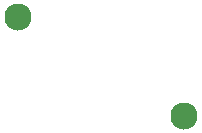
<source format=gbs>
G04 #@! TF.GenerationSoftware,KiCad,Pcbnew,8.0.8+1*
G04 #@! TF.CreationDate,2025-07-09T04:58:03+00:00*
G04 #@! TF.ProjectId,controller_overlay,636f6e74-726f-46c6-9c65-725f6f766572,0.2*
G04 #@! TF.SameCoordinates,Original*
G04 #@! TF.FileFunction,Soldermask,Bot*
G04 #@! TF.FilePolarity,Negative*
%FSLAX46Y46*%
G04 Gerber Fmt 4.6, Leading zero omitted, Abs format (unit mm)*
G04 Created by KiCad (PCBNEW 8.0.8+1) date 2025-07-09 04:58:03*
%MOMM*%
%LPD*%
G01*
G04 APERTURE LIST*
%ADD10C,2.300000*%
G04 APERTURE END LIST*
D10*
X204927000Y-100438500D03*
X218969000Y-108882500D03*
M02*

</source>
